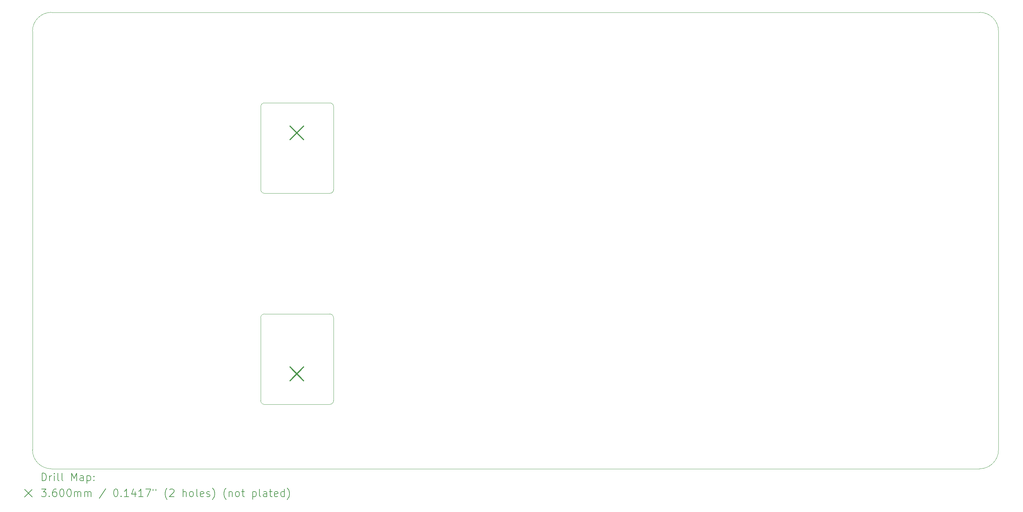
<source format=gbr>
%TF.GenerationSoftware,KiCad,Pcbnew,8.0.4-8.0.4-0~ubuntu22.04.1*%
%TF.CreationDate,2024-09-01T09:55:47+02:00*%
%TF.ProjectId,Forte_PA_Deck,466f7274-655f-4504-915f-4465636b2e6b,1.0*%
%TF.SameCoordinates,Original*%
%TF.FileFunction,Drillmap*%
%TF.FilePolarity,Positive*%
%FSLAX45Y45*%
G04 Gerber Fmt 4.5, Leading zero omitted, Abs format (unit mm)*
G04 Created by KiCad (PCBNEW 8.0.4-8.0.4-0~ubuntu22.04.1) date 2024-09-01 09:55:47*
%MOMM*%
%LPD*%
G01*
G04 APERTURE LIST*
%ADD10C,0.100000*%
%ADD11C,0.200000*%
%ADD12C,0.360000*%
G04 APERTURE END LIST*
D10*
X10379289Y-7900000D02*
G75*
G02*
X10279289Y-7999999I-99999J0D01*
G01*
X2400000Y-3700000D02*
G75*
G02*
X2900000Y-3200000I500000J0D01*
G01*
X8547855Y-13595000D02*
G75*
G02*
X8447860Y-13495000I5J100000D01*
G01*
X27500000Y-3200000D02*
G75*
G02*
X28000000Y-3700000I0J-500000D01*
G01*
X10279289Y-5600000D02*
G75*
G02*
X10379290Y-5700000I1J-100000D01*
G01*
X8547855Y-11195000D02*
X10277145Y-11195000D01*
X10279289Y-8000000D02*
X8550000Y-8000000D01*
X8450000Y-7900000D02*
X8450000Y-5700000D01*
X10377145Y-11295000D02*
X10377145Y-13495000D01*
X8450000Y-5700000D02*
G75*
G02*
X8550000Y-5600000I100000J0D01*
G01*
X10379289Y-5700000D02*
X10379289Y-7900000D01*
X27500000Y-15300000D02*
X2900000Y-15300000D01*
X2400000Y-14800000D02*
X2400000Y-3700000D01*
X10377145Y-13495000D02*
G75*
G02*
X10277145Y-13595005I-100005J0D01*
G01*
X2900000Y-3200000D02*
X27500000Y-3200000D01*
X8550000Y-8000000D02*
G75*
G02*
X8450000Y-7900000I0J100000D01*
G01*
X8550000Y-5600000D02*
X10279289Y-5600000D01*
X10277145Y-13595000D02*
X8547855Y-13595000D01*
X8447855Y-13495000D02*
X8447855Y-11295000D01*
X28000000Y-3700000D02*
X28000000Y-14800000D01*
X8447855Y-11295000D02*
G75*
G02*
X8547855Y-11194995I100005J0D01*
G01*
X10277145Y-11195000D02*
G75*
G02*
X10377150Y-11295000I5J-100000D01*
G01*
X28000000Y-14800000D02*
G75*
G02*
X27500000Y-15300000I-500000J0D01*
G01*
X2900000Y-15300000D02*
G75*
G02*
X2400000Y-14800000I0J500000D01*
G01*
D11*
D12*
X9225000Y-6214000D02*
X9585000Y-6574000D01*
X9585000Y-6214000D02*
X9225000Y-6574000D01*
X9225000Y-12606000D02*
X9585000Y-12966000D01*
X9585000Y-12606000D02*
X9225000Y-12966000D01*
D11*
X2655777Y-15616484D02*
X2655777Y-15416484D01*
X2655777Y-15416484D02*
X2703396Y-15416484D01*
X2703396Y-15416484D02*
X2731967Y-15426008D01*
X2731967Y-15426008D02*
X2751015Y-15445055D01*
X2751015Y-15445055D02*
X2760539Y-15464103D01*
X2760539Y-15464103D02*
X2770063Y-15502198D01*
X2770063Y-15502198D02*
X2770063Y-15530769D01*
X2770063Y-15530769D02*
X2760539Y-15568865D01*
X2760539Y-15568865D02*
X2751015Y-15587912D01*
X2751015Y-15587912D02*
X2731967Y-15606960D01*
X2731967Y-15606960D02*
X2703396Y-15616484D01*
X2703396Y-15616484D02*
X2655777Y-15616484D01*
X2855777Y-15616484D02*
X2855777Y-15483150D01*
X2855777Y-15521246D02*
X2865301Y-15502198D01*
X2865301Y-15502198D02*
X2874824Y-15492674D01*
X2874824Y-15492674D02*
X2893872Y-15483150D01*
X2893872Y-15483150D02*
X2912920Y-15483150D01*
X2979586Y-15616484D02*
X2979586Y-15483150D01*
X2979586Y-15416484D02*
X2970062Y-15426008D01*
X2970062Y-15426008D02*
X2979586Y-15435531D01*
X2979586Y-15435531D02*
X2989110Y-15426008D01*
X2989110Y-15426008D02*
X2979586Y-15416484D01*
X2979586Y-15416484D02*
X2979586Y-15435531D01*
X3103396Y-15616484D02*
X3084348Y-15606960D01*
X3084348Y-15606960D02*
X3074824Y-15587912D01*
X3074824Y-15587912D02*
X3074824Y-15416484D01*
X3208158Y-15616484D02*
X3189110Y-15606960D01*
X3189110Y-15606960D02*
X3179586Y-15587912D01*
X3179586Y-15587912D02*
X3179586Y-15416484D01*
X3436729Y-15616484D02*
X3436729Y-15416484D01*
X3436729Y-15416484D02*
X3503396Y-15559341D01*
X3503396Y-15559341D02*
X3570062Y-15416484D01*
X3570062Y-15416484D02*
X3570062Y-15616484D01*
X3751015Y-15616484D02*
X3751015Y-15511722D01*
X3751015Y-15511722D02*
X3741491Y-15492674D01*
X3741491Y-15492674D02*
X3722443Y-15483150D01*
X3722443Y-15483150D02*
X3684348Y-15483150D01*
X3684348Y-15483150D02*
X3665301Y-15492674D01*
X3751015Y-15606960D02*
X3731967Y-15616484D01*
X3731967Y-15616484D02*
X3684348Y-15616484D01*
X3684348Y-15616484D02*
X3665301Y-15606960D01*
X3665301Y-15606960D02*
X3655777Y-15587912D01*
X3655777Y-15587912D02*
X3655777Y-15568865D01*
X3655777Y-15568865D02*
X3665301Y-15549817D01*
X3665301Y-15549817D02*
X3684348Y-15540293D01*
X3684348Y-15540293D02*
X3731967Y-15540293D01*
X3731967Y-15540293D02*
X3751015Y-15530769D01*
X3846253Y-15483150D02*
X3846253Y-15683150D01*
X3846253Y-15492674D02*
X3865301Y-15483150D01*
X3865301Y-15483150D02*
X3903396Y-15483150D01*
X3903396Y-15483150D02*
X3922443Y-15492674D01*
X3922443Y-15492674D02*
X3931967Y-15502198D01*
X3931967Y-15502198D02*
X3941491Y-15521246D01*
X3941491Y-15521246D02*
X3941491Y-15578388D01*
X3941491Y-15578388D02*
X3931967Y-15597436D01*
X3931967Y-15597436D02*
X3922443Y-15606960D01*
X3922443Y-15606960D02*
X3903396Y-15616484D01*
X3903396Y-15616484D02*
X3865301Y-15616484D01*
X3865301Y-15616484D02*
X3846253Y-15606960D01*
X4027205Y-15597436D02*
X4036729Y-15606960D01*
X4036729Y-15606960D02*
X4027205Y-15616484D01*
X4027205Y-15616484D02*
X4017682Y-15606960D01*
X4017682Y-15606960D02*
X4027205Y-15597436D01*
X4027205Y-15597436D02*
X4027205Y-15616484D01*
X4027205Y-15492674D02*
X4036729Y-15502198D01*
X4036729Y-15502198D02*
X4027205Y-15511722D01*
X4027205Y-15511722D02*
X4017682Y-15502198D01*
X4017682Y-15502198D02*
X4027205Y-15492674D01*
X4027205Y-15492674D02*
X4027205Y-15511722D01*
X2195000Y-15845000D02*
X2395000Y-16045000D01*
X2395000Y-15845000D02*
X2195000Y-16045000D01*
X2636729Y-15836484D02*
X2760539Y-15836484D01*
X2760539Y-15836484D02*
X2693872Y-15912674D01*
X2693872Y-15912674D02*
X2722444Y-15912674D01*
X2722444Y-15912674D02*
X2741491Y-15922198D01*
X2741491Y-15922198D02*
X2751015Y-15931722D01*
X2751015Y-15931722D02*
X2760539Y-15950769D01*
X2760539Y-15950769D02*
X2760539Y-15998388D01*
X2760539Y-15998388D02*
X2751015Y-16017436D01*
X2751015Y-16017436D02*
X2741491Y-16026960D01*
X2741491Y-16026960D02*
X2722444Y-16036484D01*
X2722444Y-16036484D02*
X2665301Y-16036484D01*
X2665301Y-16036484D02*
X2646253Y-16026960D01*
X2646253Y-16026960D02*
X2636729Y-16017436D01*
X2846253Y-16017436D02*
X2855777Y-16026960D01*
X2855777Y-16026960D02*
X2846253Y-16036484D01*
X2846253Y-16036484D02*
X2836729Y-16026960D01*
X2836729Y-16026960D02*
X2846253Y-16017436D01*
X2846253Y-16017436D02*
X2846253Y-16036484D01*
X3027205Y-15836484D02*
X2989110Y-15836484D01*
X2989110Y-15836484D02*
X2970062Y-15846008D01*
X2970062Y-15846008D02*
X2960539Y-15855531D01*
X2960539Y-15855531D02*
X2941491Y-15884103D01*
X2941491Y-15884103D02*
X2931967Y-15922198D01*
X2931967Y-15922198D02*
X2931967Y-15998388D01*
X2931967Y-15998388D02*
X2941491Y-16017436D01*
X2941491Y-16017436D02*
X2951015Y-16026960D01*
X2951015Y-16026960D02*
X2970062Y-16036484D01*
X2970062Y-16036484D02*
X3008158Y-16036484D01*
X3008158Y-16036484D02*
X3027205Y-16026960D01*
X3027205Y-16026960D02*
X3036729Y-16017436D01*
X3036729Y-16017436D02*
X3046253Y-15998388D01*
X3046253Y-15998388D02*
X3046253Y-15950769D01*
X3046253Y-15950769D02*
X3036729Y-15931722D01*
X3036729Y-15931722D02*
X3027205Y-15922198D01*
X3027205Y-15922198D02*
X3008158Y-15912674D01*
X3008158Y-15912674D02*
X2970062Y-15912674D01*
X2970062Y-15912674D02*
X2951015Y-15922198D01*
X2951015Y-15922198D02*
X2941491Y-15931722D01*
X2941491Y-15931722D02*
X2931967Y-15950769D01*
X3170062Y-15836484D02*
X3189110Y-15836484D01*
X3189110Y-15836484D02*
X3208158Y-15846008D01*
X3208158Y-15846008D02*
X3217682Y-15855531D01*
X3217682Y-15855531D02*
X3227205Y-15874579D01*
X3227205Y-15874579D02*
X3236729Y-15912674D01*
X3236729Y-15912674D02*
X3236729Y-15960293D01*
X3236729Y-15960293D02*
X3227205Y-15998388D01*
X3227205Y-15998388D02*
X3217682Y-16017436D01*
X3217682Y-16017436D02*
X3208158Y-16026960D01*
X3208158Y-16026960D02*
X3189110Y-16036484D01*
X3189110Y-16036484D02*
X3170062Y-16036484D01*
X3170062Y-16036484D02*
X3151015Y-16026960D01*
X3151015Y-16026960D02*
X3141491Y-16017436D01*
X3141491Y-16017436D02*
X3131967Y-15998388D01*
X3131967Y-15998388D02*
X3122443Y-15960293D01*
X3122443Y-15960293D02*
X3122443Y-15912674D01*
X3122443Y-15912674D02*
X3131967Y-15874579D01*
X3131967Y-15874579D02*
X3141491Y-15855531D01*
X3141491Y-15855531D02*
X3151015Y-15846008D01*
X3151015Y-15846008D02*
X3170062Y-15836484D01*
X3360539Y-15836484D02*
X3379586Y-15836484D01*
X3379586Y-15836484D02*
X3398634Y-15846008D01*
X3398634Y-15846008D02*
X3408158Y-15855531D01*
X3408158Y-15855531D02*
X3417682Y-15874579D01*
X3417682Y-15874579D02*
X3427205Y-15912674D01*
X3427205Y-15912674D02*
X3427205Y-15960293D01*
X3427205Y-15960293D02*
X3417682Y-15998388D01*
X3417682Y-15998388D02*
X3408158Y-16017436D01*
X3408158Y-16017436D02*
X3398634Y-16026960D01*
X3398634Y-16026960D02*
X3379586Y-16036484D01*
X3379586Y-16036484D02*
X3360539Y-16036484D01*
X3360539Y-16036484D02*
X3341491Y-16026960D01*
X3341491Y-16026960D02*
X3331967Y-16017436D01*
X3331967Y-16017436D02*
X3322443Y-15998388D01*
X3322443Y-15998388D02*
X3312920Y-15960293D01*
X3312920Y-15960293D02*
X3312920Y-15912674D01*
X3312920Y-15912674D02*
X3322443Y-15874579D01*
X3322443Y-15874579D02*
X3331967Y-15855531D01*
X3331967Y-15855531D02*
X3341491Y-15846008D01*
X3341491Y-15846008D02*
X3360539Y-15836484D01*
X3512920Y-16036484D02*
X3512920Y-15903150D01*
X3512920Y-15922198D02*
X3522443Y-15912674D01*
X3522443Y-15912674D02*
X3541491Y-15903150D01*
X3541491Y-15903150D02*
X3570063Y-15903150D01*
X3570063Y-15903150D02*
X3589110Y-15912674D01*
X3589110Y-15912674D02*
X3598634Y-15931722D01*
X3598634Y-15931722D02*
X3598634Y-16036484D01*
X3598634Y-15931722D02*
X3608158Y-15912674D01*
X3608158Y-15912674D02*
X3627205Y-15903150D01*
X3627205Y-15903150D02*
X3655777Y-15903150D01*
X3655777Y-15903150D02*
X3674824Y-15912674D01*
X3674824Y-15912674D02*
X3684348Y-15931722D01*
X3684348Y-15931722D02*
X3684348Y-16036484D01*
X3779586Y-16036484D02*
X3779586Y-15903150D01*
X3779586Y-15922198D02*
X3789110Y-15912674D01*
X3789110Y-15912674D02*
X3808158Y-15903150D01*
X3808158Y-15903150D02*
X3836729Y-15903150D01*
X3836729Y-15903150D02*
X3855777Y-15912674D01*
X3855777Y-15912674D02*
X3865301Y-15931722D01*
X3865301Y-15931722D02*
X3865301Y-16036484D01*
X3865301Y-15931722D02*
X3874824Y-15912674D01*
X3874824Y-15912674D02*
X3893872Y-15903150D01*
X3893872Y-15903150D02*
X3922443Y-15903150D01*
X3922443Y-15903150D02*
X3941491Y-15912674D01*
X3941491Y-15912674D02*
X3951015Y-15931722D01*
X3951015Y-15931722D02*
X3951015Y-16036484D01*
X4341491Y-15826960D02*
X4170063Y-16084103D01*
X4598634Y-15836484D02*
X4617682Y-15836484D01*
X4617682Y-15836484D02*
X4636729Y-15846008D01*
X4636729Y-15846008D02*
X4646253Y-15855531D01*
X4646253Y-15855531D02*
X4655777Y-15874579D01*
X4655777Y-15874579D02*
X4665301Y-15912674D01*
X4665301Y-15912674D02*
X4665301Y-15960293D01*
X4665301Y-15960293D02*
X4655777Y-15998388D01*
X4655777Y-15998388D02*
X4646253Y-16017436D01*
X4646253Y-16017436D02*
X4636729Y-16026960D01*
X4636729Y-16026960D02*
X4617682Y-16036484D01*
X4617682Y-16036484D02*
X4598634Y-16036484D01*
X4598634Y-16036484D02*
X4579587Y-16026960D01*
X4579587Y-16026960D02*
X4570063Y-16017436D01*
X4570063Y-16017436D02*
X4560539Y-15998388D01*
X4560539Y-15998388D02*
X4551015Y-15960293D01*
X4551015Y-15960293D02*
X4551015Y-15912674D01*
X4551015Y-15912674D02*
X4560539Y-15874579D01*
X4560539Y-15874579D02*
X4570063Y-15855531D01*
X4570063Y-15855531D02*
X4579587Y-15846008D01*
X4579587Y-15846008D02*
X4598634Y-15836484D01*
X4751015Y-16017436D02*
X4760539Y-16026960D01*
X4760539Y-16026960D02*
X4751015Y-16036484D01*
X4751015Y-16036484D02*
X4741491Y-16026960D01*
X4741491Y-16026960D02*
X4751015Y-16017436D01*
X4751015Y-16017436D02*
X4751015Y-16036484D01*
X4951015Y-16036484D02*
X4836729Y-16036484D01*
X4893872Y-16036484D02*
X4893872Y-15836484D01*
X4893872Y-15836484D02*
X4874825Y-15865055D01*
X4874825Y-15865055D02*
X4855777Y-15884103D01*
X4855777Y-15884103D02*
X4836729Y-15893627D01*
X5122444Y-15903150D02*
X5122444Y-16036484D01*
X5074825Y-15826960D02*
X5027206Y-15969817D01*
X5027206Y-15969817D02*
X5151015Y-15969817D01*
X5331968Y-16036484D02*
X5217682Y-16036484D01*
X5274825Y-16036484D02*
X5274825Y-15836484D01*
X5274825Y-15836484D02*
X5255777Y-15865055D01*
X5255777Y-15865055D02*
X5236729Y-15884103D01*
X5236729Y-15884103D02*
X5217682Y-15893627D01*
X5398634Y-15836484D02*
X5531968Y-15836484D01*
X5531968Y-15836484D02*
X5446253Y-16036484D01*
X5598634Y-15836484D02*
X5598634Y-15874579D01*
X5674825Y-15836484D02*
X5674825Y-15874579D01*
X5970063Y-16112674D02*
X5960539Y-16103150D01*
X5960539Y-16103150D02*
X5941491Y-16074579D01*
X5941491Y-16074579D02*
X5931968Y-16055531D01*
X5931968Y-16055531D02*
X5922444Y-16026960D01*
X5922444Y-16026960D02*
X5912920Y-15979341D01*
X5912920Y-15979341D02*
X5912920Y-15941246D01*
X5912920Y-15941246D02*
X5922444Y-15893627D01*
X5922444Y-15893627D02*
X5931968Y-15865055D01*
X5931968Y-15865055D02*
X5941491Y-15846008D01*
X5941491Y-15846008D02*
X5960539Y-15817436D01*
X5960539Y-15817436D02*
X5970063Y-15807912D01*
X6036729Y-15855531D02*
X6046253Y-15846008D01*
X6046253Y-15846008D02*
X6065301Y-15836484D01*
X6065301Y-15836484D02*
X6112920Y-15836484D01*
X6112920Y-15836484D02*
X6131968Y-15846008D01*
X6131968Y-15846008D02*
X6141491Y-15855531D01*
X6141491Y-15855531D02*
X6151015Y-15874579D01*
X6151015Y-15874579D02*
X6151015Y-15893627D01*
X6151015Y-15893627D02*
X6141491Y-15922198D01*
X6141491Y-15922198D02*
X6027206Y-16036484D01*
X6027206Y-16036484D02*
X6151015Y-16036484D01*
X6389110Y-16036484D02*
X6389110Y-15836484D01*
X6474825Y-16036484D02*
X6474825Y-15931722D01*
X6474825Y-15931722D02*
X6465301Y-15912674D01*
X6465301Y-15912674D02*
X6446253Y-15903150D01*
X6446253Y-15903150D02*
X6417682Y-15903150D01*
X6417682Y-15903150D02*
X6398634Y-15912674D01*
X6398634Y-15912674D02*
X6389110Y-15922198D01*
X6598634Y-16036484D02*
X6579587Y-16026960D01*
X6579587Y-16026960D02*
X6570063Y-16017436D01*
X6570063Y-16017436D02*
X6560539Y-15998388D01*
X6560539Y-15998388D02*
X6560539Y-15941246D01*
X6560539Y-15941246D02*
X6570063Y-15922198D01*
X6570063Y-15922198D02*
X6579587Y-15912674D01*
X6579587Y-15912674D02*
X6598634Y-15903150D01*
X6598634Y-15903150D02*
X6627206Y-15903150D01*
X6627206Y-15903150D02*
X6646253Y-15912674D01*
X6646253Y-15912674D02*
X6655777Y-15922198D01*
X6655777Y-15922198D02*
X6665301Y-15941246D01*
X6665301Y-15941246D02*
X6665301Y-15998388D01*
X6665301Y-15998388D02*
X6655777Y-16017436D01*
X6655777Y-16017436D02*
X6646253Y-16026960D01*
X6646253Y-16026960D02*
X6627206Y-16036484D01*
X6627206Y-16036484D02*
X6598634Y-16036484D01*
X6779587Y-16036484D02*
X6760539Y-16026960D01*
X6760539Y-16026960D02*
X6751015Y-16007912D01*
X6751015Y-16007912D02*
X6751015Y-15836484D01*
X6931968Y-16026960D02*
X6912920Y-16036484D01*
X6912920Y-16036484D02*
X6874825Y-16036484D01*
X6874825Y-16036484D02*
X6855777Y-16026960D01*
X6855777Y-16026960D02*
X6846253Y-16007912D01*
X6846253Y-16007912D02*
X6846253Y-15931722D01*
X6846253Y-15931722D02*
X6855777Y-15912674D01*
X6855777Y-15912674D02*
X6874825Y-15903150D01*
X6874825Y-15903150D02*
X6912920Y-15903150D01*
X6912920Y-15903150D02*
X6931968Y-15912674D01*
X6931968Y-15912674D02*
X6941491Y-15931722D01*
X6941491Y-15931722D02*
X6941491Y-15950769D01*
X6941491Y-15950769D02*
X6846253Y-15969817D01*
X7017682Y-16026960D02*
X7036730Y-16036484D01*
X7036730Y-16036484D02*
X7074825Y-16036484D01*
X7074825Y-16036484D02*
X7093872Y-16026960D01*
X7093872Y-16026960D02*
X7103396Y-16007912D01*
X7103396Y-16007912D02*
X7103396Y-15998388D01*
X7103396Y-15998388D02*
X7093872Y-15979341D01*
X7093872Y-15979341D02*
X7074825Y-15969817D01*
X7074825Y-15969817D02*
X7046253Y-15969817D01*
X7046253Y-15969817D02*
X7027206Y-15960293D01*
X7027206Y-15960293D02*
X7017682Y-15941246D01*
X7017682Y-15941246D02*
X7017682Y-15931722D01*
X7017682Y-15931722D02*
X7027206Y-15912674D01*
X7027206Y-15912674D02*
X7046253Y-15903150D01*
X7046253Y-15903150D02*
X7074825Y-15903150D01*
X7074825Y-15903150D02*
X7093872Y-15912674D01*
X7170063Y-16112674D02*
X7179587Y-16103150D01*
X7179587Y-16103150D02*
X7198634Y-16074579D01*
X7198634Y-16074579D02*
X7208158Y-16055531D01*
X7208158Y-16055531D02*
X7217682Y-16026960D01*
X7217682Y-16026960D02*
X7227206Y-15979341D01*
X7227206Y-15979341D02*
X7227206Y-15941246D01*
X7227206Y-15941246D02*
X7217682Y-15893627D01*
X7217682Y-15893627D02*
X7208158Y-15865055D01*
X7208158Y-15865055D02*
X7198634Y-15846008D01*
X7198634Y-15846008D02*
X7179587Y-15817436D01*
X7179587Y-15817436D02*
X7170063Y-15807912D01*
X7531968Y-16112674D02*
X7522444Y-16103150D01*
X7522444Y-16103150D02*
X7503396Y-16074579D01*
X7503396Y-16074579D02*
X7493872Y-16055531D01*
X7493872Y-16055531D02*
X7484349Y-16026960D01*
X7484349Y-16026960D02*
X7474825Y-15979341D01*
X7474825Y-15979341D02*
X7474825Y-15941246D01*
X7474825Y-15941246D02*
X7484349Y-15893627D01*
X7484349Y-15893627D02*
X7493872Y-15865055D01*
X7493872Y-15865055D02*
X7503396Y-15846008D01*
X7503396Y-15846008D02*
X7522444Y-15817436D01*
X7522444Y-15817436D02*
X7531968Y-15807912D01*
X7608158Y-15903150D02*
X7608158Y-16036484D01*
X7608158Y-15922198D02*
X7617682Y-15912674D01*
X7617682Y-15912674D02*
X7636730Y-15903150D01*
X7636730Y-15903150D02*
X7665301Y-15903150D01*
X7665301Y-15903150D02*
X7684349Y-15912674D01*
X7684349Y-15912674D02*
X7693872Y-15931722D01*
X7693872Y-15931722D02*
X7693872Y-16036484D01*
X7817682Y-16036484D02*
X7798634Y-16026960D01*
X7798634Y-16026960D02*
X7789111Y-16017436D01*
X7789111Y-16017436D02*
X7779587Y-15998388D01*
X7779587Y-15998388D02*
X7779587Y-15941246D01*
X7779587Y-15941246D02*
X7789111Y-15922198D01*
X7789111Y-15922198D02*
X7798634Y-15912674D01*
X7798634Y-15912674D02*
X7817682Y-15903150D01*
X7817682Y-15903150D02*
X7846253Y-15903150D01*
X7846253Y-15903150D02*
X7865301Y-15912674D01*
X7865301Y-15912674D02*
X7874825Y-15922198D01*
X7874825Y-15922198D02*
X7884349Y-15941246D01*
X7884349Y-15941246D02*
X7884349Y-15998388D01*
X7884349Y-15998388D02*
X7874825Y-16017436D01*
X7874825Y-16017436D02*
X7865301Y-16026960D01*
X7865301Y-16026960D02*
X7846253Y-16036484D01*
X7846253Y-16036484D02*
X7817682Y-16036484D01*
X7941492Y-15903150D02*
X8017682Y-15903150D01*
X7970063Y-15836484D02*
X7970063Y-16007912D01*
X7970063Y-16007912D02*
X7979587Y-16026960D01*
X7979587Y-16026960D02*
X7998634Y-16036484D01*
X7998634Y-16036484D02*
X8017682Y-16036484D01*
X8236730Y-15903150D02*
X8236730Y-16103150D01*
X8236730Y-15912674D02*
X8255777Y-15903150D01*
X8255777Y-15903150D02*
X8293873Y-15903150D01*
X8293873Y-15903150D02*
X8312920Y-15912674D01*
X8312920Y-15912674D02*
X8322444Y-15922198D01*
X8322444Y-15922198D02*
X8331968Y-15941246D01*
X8331968Y-15941246D02*
X8331968Y-15998388D01*
X8331968Y-15998388D02*
X8322444Y-16017436D01*
X8322444Y-16017436D02*
X8312920Y-16026960D01*
X8312920Y-16026960D02*
X8293873Y-16036484D01*
X8293873Y-16036484D02*
X8255777Y-16036484D01*
X8255777Y-16036484D02*
X8236730Y-16026960D01*
X8446254Y-16036484D02*
X8427206Y-16026960D01*
X8427206Y-16026960D02*
X8417682Y-16007912D01*
X8417682Y-16007912D02*
X8417682Y-15836484D01*
X8608158Y-16036484D02*
X8608158Y-15931722D01*
X8608158Y-15931722D02*
X8598635Y-15912674D01*
X8598635Y-15912674D02*
X8579587Y-15903150D01*
X8579587Y-15903150D02*
X8541492Y-15903150D01*
X8541492Y-15903150D02*
X8522444Y-15912674D01*
X8608158Y-16026960D02*
X8589111Y-16036484D01*
X8589111Y-16036484D02*
X8541492Y-16036484D01*
X8541492Y-16036484D02*
X8522444Y-16026960D01*
X8522444Y-16026960D02*
X8512920Y-16007912D01*
X8512920Y-16007912D02*
X8512920Y-15988865D01*
X8512920Y-15988865D02*
X8522444Y-15969817D01*
X8522444Y-15969817D02*
X8541492Y-15960293D01*
X8541492Y-15960293D02*
X8589111Y-15960293D01*
X8589111Y-15960293D02*
X8608158Y-15950769D01*
X8674825Y-15903150D02*
X8751015Y-15903150D01*
X8703396Y-15836484D02*
X8703396Y-16007912D01*
X8703396Y-16007912D02*
X8712920Y-16026960D01*
X8712920Y-16026960D02*
X8731968Y-16036484D01*
X8731968Y-16036484D02*
X8751015Y-16036484D01*
X8893873Y-16026960D02*
X8874825Y-16036484D01*
X8874825Y-16036484D02*
X8836730Y-16036484D01*
X8836730Y-16036484D02*
X8817682Y-16026960D01*
X8817682Y-16026960D02*
X8808158Y-16007912D01*
X8808158Y-16007912D02*
X8808158Y-15931722D01*
X8808158Y-15931722D02*
X8817682Y-15912674D01*
X8817682Y-15912674D02*
X8836730Y-15903150D01*
X8836730Y-15903150D02*
X8874825Y-15903150D01*
X8874825Y-15903150D02*
X8893873Y-15912674D01*
X8893873Y-15912674D02*
X8903396Y-15931722D01*
X8903396Y-15931722D02*
X8903396Y-15950769D01*
X8903396Y-15950769D02*
X8808158Y-15969817D01*
X9074825Y-16036484D02*
X9074825Y-15836484D01*
X9074825Y-16026960D02*
X9055777Y-16036484D01*
X9055777Y-16036484D02*
X9017682Y-16036484D01*
X9017682Y-16036484D02*
X8998635Y-16026960D01*
X8998635Y-16026960D02*
X8989111Y-16017436D01*
X8989111Y-16017436D02*
X8979587Y-15998388D01*
X8979587Y-15998388D02*
X8979587Y-15941246D01*
X8979587Y-15941246D02*
X8989111Y-15922198D01*
X8989111Y-15922198D02*
X8998635Y-15912674D01*
X8998635Y-15912674D02*
X9017682Y-15903150D01*
X9017682Y-15903150D02*
X9055777Y-15903150D01*
X9055777Y-15903150D02*
X9074825Y-15912674D01*
X9151016Y-16112674D02*
X9160539Y-16103150D01*
X9160539Y-16103150D02*
X9179587Y-16074579D01*
X9179587Y-16074579D02*
X9189111Y-16055531D01*
X9189111Y-16055531D02*
X9198635Y-16026960D01*
X9198635Y-16026960D02*
X9208158Y-15979341D01*
X9208158Y-15979341D02*
X9208158Y-15941246D01*
X9208158Y-15941246D02*
X9198635Y-15893627D01*
X9198635Y-15893627D02*
X9189111Y-15865055D01*
X9189111Y-15865055D02*
X9179587Y-15846008D01*
X9179587Y-15846008D02*
X9160539Y-15817436D01*
X9160539Y-15817436D02*
X9151016Y-15807912D01*
M02*

</source>
